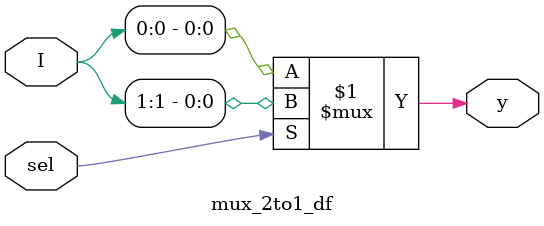
<source format=v>
module mux_2to1_df(input [1:0] I, input sel,
output y);

assign y = sel? I[1] : I[0];

endmodule
</source>
